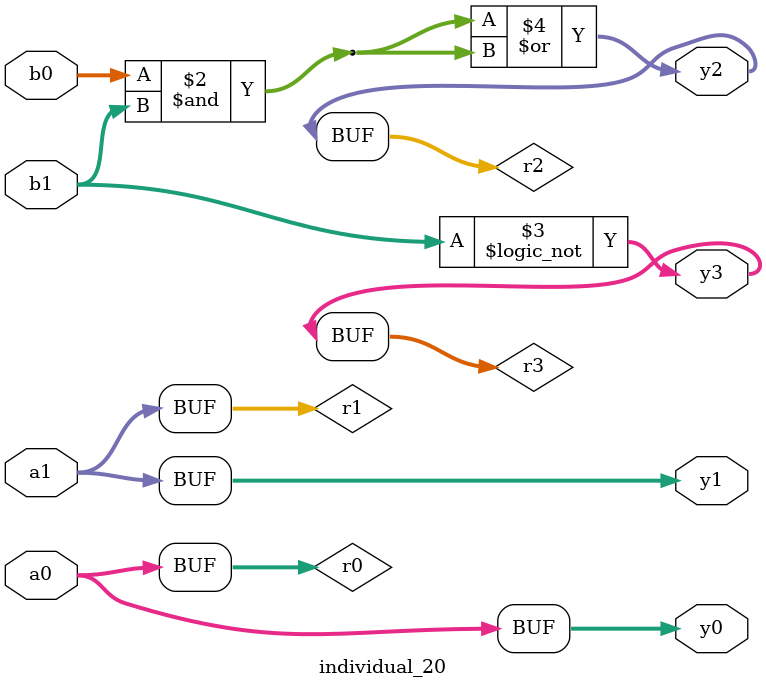
<source format=sv>
module individual_20(input logic [15:0] a1, input logic [15:0] a0, input logic [15:0] b1, input logic [15:0] b0, output logic [15:0] y3, output logic [15:0] y2, output logic [15:0] y1, output logic [15:0] y0);
logic [15:0] r0, r1, r2, r3; 
 always@(*) begin 
	 r0 = a0; r1 = a1; r2 = b0; r3 = b1; 
 	 r2  &=  b1 ;
 	 r3 = ! r3 ;
 	 r2  |=  r2 ;
 	 y3 = r3; y2 = r2; y1 = r1; y0 = r0; 
end
endmodule
</source>
